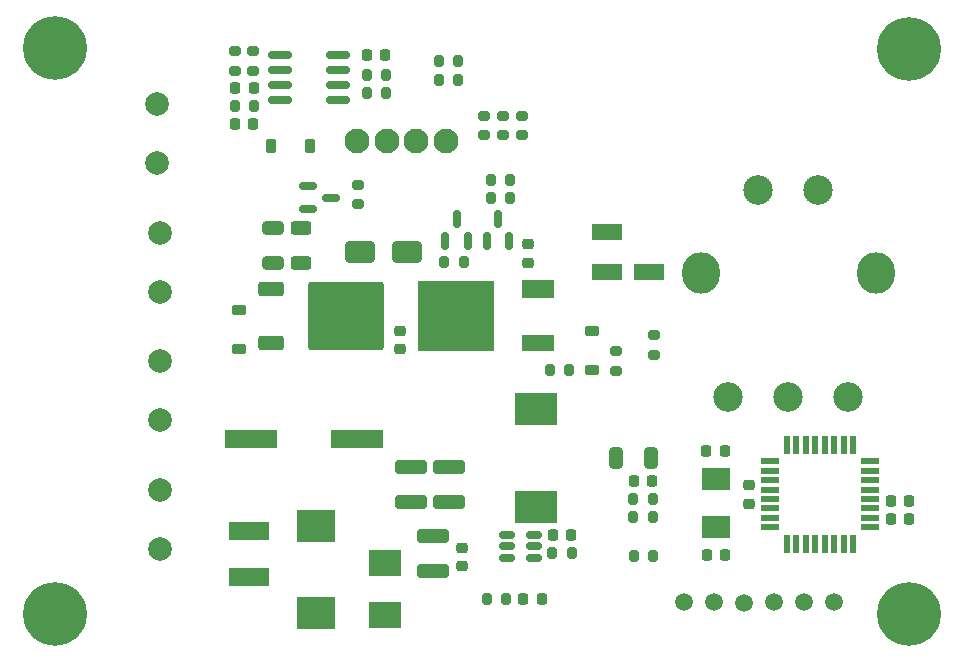
<source format=gts>
G04 #@! TF.GenerationSoftware,KiCad,Pcbnew,7.0.9*
G04 #@! TF.CreationDate,2024-10-07T21:11:22-04:00*
G04 #@! TF.ProjectId,T12 soldering station,54313220-736f-46c6-9465-72696e672073,rev?*
G04 #@! TF.SameCoordinates,Original*
G04 #@! TF.FileFunction,Soldermask,Top*
G04 #@! TF.FilePolarity,Negative*
%FSLAX46Y46*%
G04 Gerber Fmt 4.6, Leading zero omitted, Abs format (unit mm)*
G04 Created by KiCad (PCBNEW 7.0.9) date 2024-10-07 21:11:22*
%MOMM*%
%LPD*%
G01*
G04 APERTURE LIST*
G04 Aperture macros list*
%AMRoundRect*
0 Rectangle with rounded corners*
0 $1 Rounding radius*
0 $2 $3 $4 $5 $6 $7 $8 $9 X,Y pos of 4 corners*
0 Add a 4 corners polygon primitive as box body*
4,1,4,$2,$3,$4,$5,$6,$7,$8,$9,$2,$3,0*
0 Add four circle primitives for the rounded corners*
1,1,$1+$1,$2,$3*
1,1,$1+$1,$4,$5*
1,1,$1+$1,$6,$7*
1,1,$1+$1,$8,$9*
0 Add four rect primitives between the rounded corners*
20,1,$1+$1,$2,$3,$4,$5,0*
20,1,$1+$1,$4,$5,$6,$7,0*
20,1,$1+$1,$6,$7,$8,$9,0*
20,1,$1+$1,$8,$9,$2,$3,0*%
G04 Aperture macros list end*
%ADD10R,2.500000X1.400000*%
%ADD11RoundRect,0.225000X-0.225000X-0.250000X0.225000X-0.250000X0.225000X0.250000X-0.225000X0.250000X0*%
%ADD12RoundRect,0.200000X0.200000X0.275000X-0.200000X0.275000X-0.200000X-0.275000X0.200000X-0.275000X0*%
%ADD13RoundRect,0.250000X-1.000000X-0.650000X1.000000X-0.650000X1.000000X0.650000X-1.000000X0.650000X0*%
%ADD14RoundRect,0.225000X-0.375000X0.225000X-0.375000X-0.225000X0.375000X-0.225000X0.375000X0.225000X0*%
%ADD15R,4.500000X1.650000*%
%ADD16RoundRect,0.250000X-1.100000X0.325000X-1.100000X-0.325000X1.100000X-0.325000X1.100000X0.325000X0*%
%ADD17RoundRect,0.225000X0.225000X0.250000X-0.225000X0.250000X-0.225000X-0.250000X0.225000X-0.250000X0*%
%ADD18C,3.100000*%
%ADD19C,5.400000*%
%ADD20RoundRect,0.200000X-0.200000X-0.275000X0.200000X-0.275000X0.200000X0.275000X-0.200000X0.275000X0*%
%ADD21RoundRect,0.150000X-0.512500X-0.150000X0.512500X-0.150000X0.512500X0.150000X-0.512500X0.150000X0*%
%ADD22RoundRect,0.250000X-0.650000X0.325000X-0.650000X-0.325000X0.650000X-0.325000X0.650000X0.325000X0*%
%ADD23RoundRect,0.200000X0.275000X-0.200000X0.275000X0.200000X-0.275000X0.200000X-0.275000X-0.200000X0*%
%ADD24RoundRect,0.225000X0.250000X-0.225000X0.250000X0.225000X-0.250000X0.225000X-0.250000X-0.225000X0*%
%ADD25RoundRect,0.150000X-0.825000X-0.150000X0.825000X-0.150000X0.825000X0.150000X-0.825000X0.150000X0*%
%ADD26RoundRect,0.225000X-0.250000X0.225000X-0.250000X-0.225000X0.250000X-0.225000X0.250000X0.225000X0*%
%ADD27C,1.500000*%
%ADD28R,3.600000X2.700000*%
%ADD29RoundRect,0.225000X0.225000X0.375000X-0.225000X0.375000X-0.225000X-0.375000X0.225000X-0.375000X0*%
%ADD30RoundRect,0.250000X-0.850000X-0.350000X0.850000X-0.350000X0.850000X0.350000X-0.850000X0.350000X0*%
%ADD31RoundRect,0.249997X-2.950003X-2.650003X2.950003X-2.650003X2.950003X2.650003X-2.950003X2.650003X0*%
%ADD32C,2.000000*%
%ADD33RoundRect,0.150000X0.150000X-0.587500X0.150000X0.587500X-0.150000X0.587500X-0.150000X-0.587500X0*%
%ADD34RoundRect,0.250000X-0.325000X-0.650000X0.325000X-0.650000X0.325000X0.650000X-0.325000X0.650000X0*%
%ADD35RoundRect,0.250000X1.100000X-0.325000X1.100000X0.325000X-1.100000X0.325000X-1.100000X-0.325000X0*%
%ADD36RoundRect,0.200000X-0.275000X0.200000X-0.275000X-0.200000X0.275000X-0.200000X0.275000X0.200000X0*%
%ADD37R,2.800000X1.500000*%
%ADD38R,6.500000X6.000000*%
%ADD39R,2.800000X1.350000*%
%ADD40R,1.500000X0.550000*%
%ADD41R,0.550000X1.500000*%
%ADD42R,3.500000X1.649000*%
%ADD43RoundRect,0.150000X-0.587500X-0.150000X0.587500X-0.150000X0.587500X0.150000X-0.587500X0.150000X0*%
%ADD44RoundRect,0.225000X0.375000X-0.225000X0.375000X0.225000X-0.375000X0.225000X-0.375000X-0.225000X0*%
%ADD45R,2.740000X2.160000*%
%ADD46R,3.300000X2.700000*%
%ADD47R,2.400000X1.900000*%
%ADD48RoundRect,0.250000X-0.625000X0.312500X-0.625000X-0.312500X0.625000X-0.312500X0.625000X0.312500X0*%
%ADD49O,3.200000X3.500000*%
%ADD50C,2.500000*%
%ADD51C,2.100000*%
G04 APERTURE END LIST*
D10*
X148590000Y-122529600D03*
X152146000Y-122529600D03*
X148590000Y-119126000D03*
D11*
X141478000Y-150215600D03*
X143028000Y-150215600D03*
D12*
X140374000Y-116256800D03*
X138724000Y-116256800D03*
D13*
X127643000Y-120827800D03*
X131643000Y-120827800D03*
D14*
X117398800Y-125705600D03*
X117398800Y-129005600D03*
D15*
X127385200Y-136652000D03*
X118385200Y-136652000D03*
D16*
X131927600Y-139012400D03*
X131927600Y-141962400D03*
D17*
X129794000Y-104140000D03*
X128244000Y-104140000D03*
D18*
X174142400Y-103581200D03*
D19*
X174142400Y-103581200D03*
D20*
X134303000Y-104648000D03*
X135953000Y-104648000D03*
D21*
X140055600Y-144779600D03*
X140055600Y-145729600D03*
X140055600Y-146679600D03*
X142330600Y-146679600D03*
X142330600Y-145729600D03*
X142330600Y-144779600D03*
D17*
X174134000Y-143377000D03*
X172584000Y-143377000D03*
D12*
X140372600Y-114706400D03*
X138722600Y-114706400D03*
D11*
X156959000Y-137632000D03*
X158509000Y-137632000D03*
D22*
X120269000Y-118794000D03*
X120269000Y-121744000D03*
D23*
X139750800Y-110908600D03*
X139750800Y-109258600D03*
D12*
X145351000Y-130810000D03*
X143701000Y-130810000D03*
D24*
X131064000Y-129045000D03*
X131064000Y-127495000D03*
D25*
X120842000Y-104140000D03*
X120842000Y-105410000D03*
X120842000Y-106680000D03*
X120842000Y-107950000D03*
X125792000Y-107950000D03*
X125792000Y-106680000D03*
X125792000Y-105410000D03*
X125792000Y-104140000D03*
D18*
X101803200Y-103530400D03*
D19*
X101803200Y-103530400D03*
D26*
X160553400Y-140576000D03*
X160553400Y-142126000D03*
D27*
X167792400Y-150460400D03*
X165252400Y-150480400D03*
X162712400Y-150480400D03*
X160172400Y-150520400D03*
X157612400Y-150420400D03*
X155072400Y-150460400D03*
D20*
X150813000Y-146558000D03*
X152463000Y-146558000D03*
X134303000Y-106235000D03*
X135953000Y-106235000D03*
D16*
X135204200Y-139012400D03*
X135204200Y-141962400D03*
D28*
X142544800Y-142417800D03*
X142544800Y-134117800D03*
D24*
X136296400Y-147409200D03*
X136296400Y-145859200D03*
D12*
X152437600Y-141706600D03*
X150787600Y-141706600D03*
D20*
X138380000Y-150215600D03*
X140030000Y-150215600D03*
D29*
X123391200Y-111861600D03*
X120091200Y-111861600D03*
D11*
X117081000Y-106908600D03*
X118631000Y-106908600D03*
D30*
X120142000Y-123952000D03*
D31*
X126442000Y-126232000D03*
D30*
X120142000Y-128512000D03*
D32*
X110744000Y-130048000D03*
X110744000Y-135048000D03*
D23*
X127508000Y-116776000D03*
X127508000Y-115126000D03*
D11*
X157009800Y-146471200D03*
X158559800Y-146471200D03*
D32*
X110744000Y-119184400D03*
X110744000Y-124184400D03*
D33*
X134863800Y-119908800D03*
X136763800Y-119908800D03*
X135813800Y-118033800D03*
D17*
X174146400Y-141903800D03*
X172596400Y-141903800D03*
D34*
X149324800Y-138226800D03*
X152274800Y-138226800D03*
D17*
X152387600Y-140182600D03*
X150837600Y-140182600D03*
D35*
X133858000Y-147829800D03*
X133858000Y-144879800D03*
D36*
X152552400Y-127863600D03*
X152552400Y-129513600D03*
D37*
X142723000Y-123968000D03*
D38*
X135763000Y-126238000D03*
D39*
X142723000Y-128548000D03*
D24*
X141833600Y-121717400D03*
X141833600Y-120167400D03*
D20*
X143929600Y-146278600D03*
X145579600Y-146278600D03*
D40*
X162389600Y-138519600D03*
X162389600Y-139319600D03*
X162389600Y-140119600D03*
X162389600Y-140919600D03*
X162389600Y-141719600D03*
X162389600Y-142519600D03*
X162389600Y-143319600D03*
X162389600Y-144119600D03*
D41*
X163789600Y-145519600D03*
X164589600Y-145519600D03*
X165389600Y-145519600D03*
X166189600Y-145519600D03*
X166989600Y-145519600D03*
X167789600Y-145519600D03*
X168589600Y-145519600D03*
X169389600Y-145519600D03*
D40*
X170789600Y-144119600D03*
X170789600Y-143319600D03*
X170789600Y-142519600D03*
X170789600Y-141719600D03*
X170789600Y-140919600D03*
X170789600Y-140119600D03*
X170789600Y-139319600D03*
X170789600Y-138519600D03*
D41*
X169389600Y-137119600D03*
X168589600Y-137119600D03*
X167789600Y-137119600D03*
X166989600Y-137119600D03*
X166189600Y-137119600D03*
X165389600Y-137119600D03*
X164589600Y-137119600D03*
X163789600Y-137119600D03*
D42*
X118211600Y-148349900D03*
X118211600Y-144410900D03*
D32*
X110490000Y-108284000D03*
X110490000Y-113284000D03*
D12*
X129857000Y-107315000D03*
X128207000Y-107315000D03*
D18*
X174142400Y-151485600D03*
D19*
X174142400Y-151485600D03*
D36*
X118618000Y-103797600D03*
X118618000Y-105447600D03*
D17*
X118618000Y-109982000D03*
X117068000Y-109982000D03*
D32*
X110744000Y-140970000D03*
X110744000Y-145970000D03*
D23*
X138176000Y-110920800D03*
X138176000Y-109270800D03*
D33*
X138369000Y-119908800D03*
X140269000Y-119908800D03*
X139319000Y-118033800D03*
D12*
X129857000Y-105791000D03*
X128207000Y-105791000D03*
D20*
X117018800Y-108458000D03*
X118668800Y-108458000D03*
D11*
X143992600Y-144780000D03*
X145542600Y-144780000D03*
D20*
X134785600Y-121640600D03*
X136435600Y-121640600D03*
D43*
X123268500Y-115255000D03*
X123268500Y-117155000D03*
X125143500Y-116205000D03*
D44*
X147320000Y-130809000D03*
X147320000Y-127509000D03*
D45*
X129743200Y-147116800D03*
X129743200Y-151536800D03*
D36*
X117094000Y-103797600D03*
X117094000Y-105447600D03*
X149352000Y-129223000D03*
X149352000Y-130873000D03*
D46*
X123901200Y-151391200D03*
X123901200Y-144011200D03*
D18*
X101803200Y-151485600D03*
D19*
X101803200Y-151485600D03*
D36*
X141325600Y-109258600D03*
X141325600Y-110908600D03*
D47*
X157784800Y-144119600D03*
X157784800Y-140019600D03*
D20*
X150787600Y-143230600D03*
X152437600Y-143230600D03*
D48*
X122682000Y-118806500D03*
X122682000Y-121731500D03*
D49*
X171306200Y-122570000D03*
X156506200Y-122570000D03*
D50*
X168986200Y-133070000D03*
X163906200Y-133070000D03*
X158826200Y-133070000D03*
X166446200Y-115570000D03*
X161366200Y-115570000D03*
D51*
X134895600Y-111404400D03*
X132395600Y-111404400D03*
X129895600Y-111404400D03*
X127395600Y-111404400D03*
M02*

</source>
